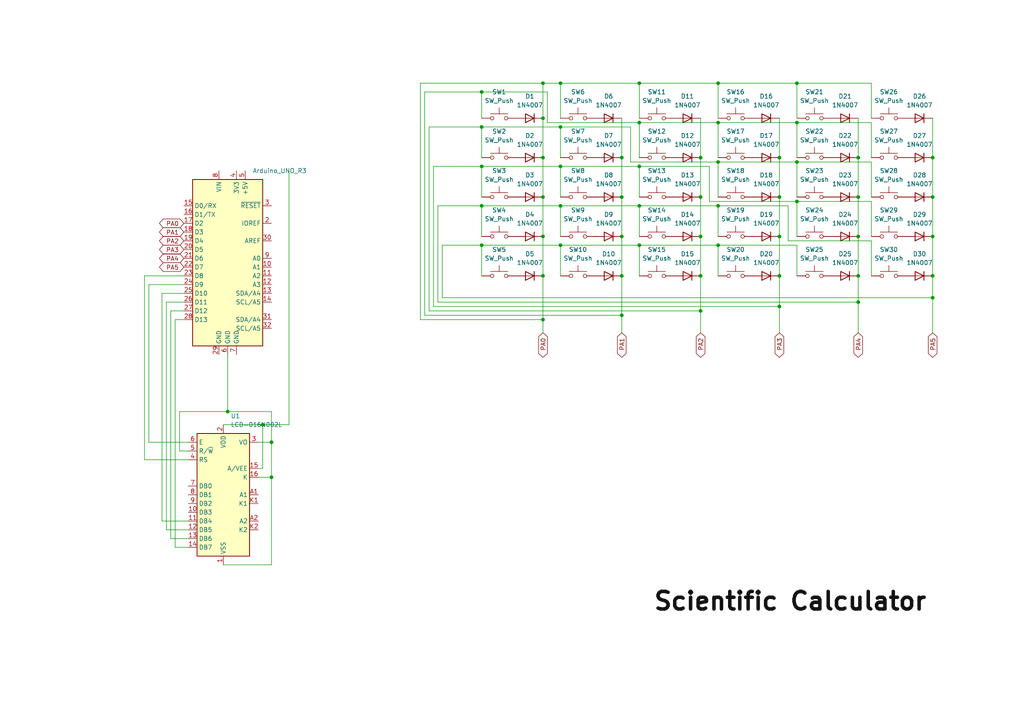
<source format=kicad_sch>
(kicad_sch (version 20250114) (generator "eeschema") (generator_version "9.0")
  (paper "A4")
  (lib_symbols
    (symbol "Diode:1N4007" (pin_numbers (hide yes)) (pin_names (hide yes))
      (property "Reference" "D" (at 0 2.54 0))
      (property "Value" "1N4007" (at 0 -2.54 0))
      (symbol "1N4007_0_1"
        (polyline (pts (xy -1.27 1.27) (xy -1.27 -1.27)) (stroke (width 0.254)))
        (polyline (pts (xy 1.27 1.27) (xy 1.27 -1.27) (xy -1.27 0) (xy 1.27 1.27)) (stroke (width 0.254)))
        (polyline (pts (xy 1.27 0) (xy -1.27 0)))
      )
      (symbol "1N4007_1_1"
        (pin passive line (at -3.81 0 0) (length 2.54) (name "K") (number "1"))
        (pin passive line (at 3.81 0 180) (length 2.54) (name "A") (number "2"))
      )
    )
    (symbol "Display_Character:LCD-016N002L"
      (property "Reference" "U" (at -6.35 18.796 0))
      (property "Value" "LCD-016N002L" (at 8.636 18.796 0))
      (symbol "LCD-016N002L_1_1"
        (rectangle (start -7.62 17.78) (end 7.62 -17.78) (stroke (width 0.254)) (fill (type background)))
        (pin input line (at -10.16 15.24 0) (length 2.54) (name "E") (number "6"))
        (pin input line (at -10.16 12.7 0) (length 2.54) (name "R/~{W}") (number "5"))
        (pin input line (at -10.16 10.16 0) (length 2.54) (name "RS") (number "4"))
        (pin bidirectional line (at -10.16 2.54 0) (length 2.54) (name "DB0") (number "7"))
        (pin bidirectional line (at -10.16 0 0) (length 2.54) (name "DB1") (number "8"))
        (pin bidirectional line (at -10.16 -2.54 0) (length 2.54) (name "DB2") (number "9"))
        (pin bidirectional line (at -10.16 -5.08 0) (length 2.54) (name "DB3") (number "10"))
        (pin bidirectional line (at -10.16 -7.62 0) (length 2.54) (name "DB4") (number "11"))
        (pin bidirectional line (at -10.16 -10.16 0) (length 2.54) (name "DB5") (number "12"))
        (pin bidirectional line (at -10.16 -12.7 0) (length 2.54) (name "DB6") (number "13"))
        (pin bidirectional line (at -10.16 -15.24 0) (length 2.54) (name "DB7") (number "14"))
        (pin power_in line (at 0 20.32 270) (length 2.54) (name "VDD") (number "2"))
        (pin power_in line (at 0 -20.32 90) (length 2.54) (name "VSS") (number "1"))
        (pin input line (at 10.16 15.24 180) (length 2.54) (name "VO") (number "3"))
        (pin power_in line (at 10.16 7.62 180) (length 2.54) (name "A/VEE") (number "15"))
        (pin power_in line (at 10.16 5.08 180) (length 2.54) (name "K") (number "16"))
        (pin power_in line (at 10.16 0 180) (length 2.54) (name "A1") (number "A1"))
        (pin power_in line (at 10.16 -2.54 180) (length 2.54) (name "K1") (number "K1"))
        (pin power_in line (at 10.16 -7.62 180) (length 2.54) (name "A2") (number "A2"))
        (pin power_in line (at 10.16 -10.16 180) (length 2.54) (name "K2") (number "K2"))
      )
    )
    (symbol "MCU_Module:Arduino_UNO_R3"
      (property "Reference" "A" (at -10.16 23.495 0))
      (property "Value" "Arduino_UNO_R3" (at 5.08 -26.67 0))
      (symbol "Arduino_UNO_R3_0_1"
        (rectangle (start -10.16 22.86) (end 10.16 -25.4) (stroke (width 0.254)) (fill (type background)))
      )
      (symbol "Arduino_UNO_R3_1_1"
        (pin bidirectional line (at -12.7 15.24 0) (length 2.54) (name "D0/RX") (number "15"))
        (pin bidirectional line (at -12.7 12.7 0) (length 2.54) (name "D1/TX") (number "16"))
        (pin bidirectional line (at -12.7 10.16 0) (length 2.54) (name "D2") (number "17"))
        (pin bidirectional line (at -12.7 7.62 0) (length 2.54) (name "D3") (number "18"))
        (pin bidirectional line (at -12.7 5.08 0) (length 2.54) (name "D4") (number "19"))
        (pin bidirectional line (at -12.7 2.54 0) (length 2.54) (name "D5") (number "20"))
        (pin bidirectional line (at -12.7 0 0) (length 2.54) (name "D6") (number "21"))
        (pin bidirectional line (at -12.7 -2.54 0) (length 2.54) (name "D7") (number "22"))
        (pin bidirectional line (at -12.7 -5.08 0) (length 2.54) (name "D8") (number "23"))
        (pin bidirectional line (at -12.7 -7.62 0) (length 2.54) (name "D9") (number "24"))
        (pin bidirectional line (at -12.7 -10.16 0) (length 2.54) (name "D10") (number "25"))
        (pin bidirectional line (at -12.7 -12.7 0) (length 2.54) (name "D11") (number "26"))
        (pin bidirectional line (at -12.7 -15.24 0) (length 2.54) (name "D12") (number "27"))
        (pin bidirectional line (at -12.7 -17.78 0) (length 2.54) (name "D13") (number "28"))
        (pin no_connect line (at -10.16 -20.32 0) (length 2.54) (hide yes) (name "NC") (number "1"))
        (pin power_in line (at -2.54 25.4 270) (length 2.54) (name "VIN") (number "8"))
        (pin power_in line (at -2.54 -27.94 90) (length 2.54) (name "GND") (number "29"))
        (pin power_in line (at 0 -27.94 90) (length 2.54) (name "GND") (number "6"))
        (pin power_out line (at 2.54 25.4 270) (length 2.54) (name "3V3") (number "4"))
        (pin power_in line (at 2.54 -27.94 90) (length 2.54) (name "GND") (number "7"))
        (pin power_out line (at 5.08 25.4 270) (length 2.54) (name "+5V") (number "5"))
        (pin input line (at 12.7 15.24 180) (length 2.54) (name "~{RESET}") (number "3"))
        (pin output line (at 12.7 10.16 180) (length 2.54) (name "IOREF") (number "2"))
        (pin input line (at 12.7 5.08 180) (length 2.54) (name "AREF") (number "30"))
        (pin bidirectional line (at 12.7 0 180) (length 2.54) (name "A0") (number "9"))
        (pin bidirectional line (at 12.7 -2.54 180) (length 2.54) (name "A1") (number "10"))
        (pin bidirectional line (at 12.7 -5.08 180) (length 2.54) (name "A2") (number "11"))
        (pin bidirectional line (at 12.7 -7.62 180) (length 2.54) (name "A3") (number "12"))
        (pin bidirectional line (at 12.7 -10.16 180) (length 2.54) (name "SDA/A4") (number "13"))
        (pin bidirectional line (at 12.7 -12.7 180) (length 2.54) (name "SCL/A5") (number "14"))
        (pin bidirectional line (at 12.7 -17.78 180) (length 2.54) (name "SDA/A4") (number "31"))
        (pin bidirectional line (at 12.7 -20.32 180) (length 2.54) (name "SCL/A5") (number "32"))
      )
    )
    (symbol "Switch:SW_Push" (pin_numbers (hide yes)) (pin_names (offset 1.016) (hide yes))
      (property "Reference" "SW" (at 1.27 2.54 0))
      (property "Value" "SW_Push" (at 0 -1.524 0))
      (symbol "SW_Push_0_1"
        (circle (center -2.032 0) (radius 0.508))
        (polyline (pts (xy 0 1.27) (xy 0 3.048)))
        (circle (center 2.032 0) (radius 0.508))
        (polyline (pts (xy 2.54 1.27) (xy -2.54 1.27)))
        (pin passive line (at -5.08 0 0) (length 2.54) (name "1") (number "1"))
        (pin passive line (at 5.08 0 180) (length 2.54) (name "2") (number "2"))
      )
    )
  )
  (junction (at 157.48 68.58))
  (junction (at 203.2 68.58))
  (junction (at 226.06 45.72))
  (junction (at 270.51 86.36))
  (junction (at 76.2 123.19))
  (junction (at 231.14 24.13))
  (junction (at 180.34 91.44))
  (junction (at 248.92 87.63))
  (junction (at 162.56 48.26))
  (junction (at 139.7 59.69))
  (junction (at 203.2 57.15))
  (junction (at 139.7 71.12))
  (junction (at 208.28 46.99))
  (junction (at 203.2 80.01))
  (junction (at 78.74 128.27))
  (junction (at 226.06 88.9))
  (junction (at 157.48 92.71))
  (junction (at 78.74 138.43))
  (junction (at 203.2 90.17))
  (junction (at 185.42 24.13))
  (junction (at 248.92 68.58))
  (junction (at 248.92 45.72))
  (junction (at 231.14 58.42))
  (junction (at 231.14 35.56))
  (junction (at 157.48 80.01))
  (junction (at 157.48 34.29))
  (junction (at 162.56 59.69))
  (junction (at 203.2 45.72))
  (junction (at 180.34 80.01))
  (junction (at 139.7 48.26))
  (junction (at 185.42 35.56))
  (junction (at 162.56 24.13))
  (junction (at 226.06 68.58))
  (junction (at 208.28 71.12))
  (junction (at 248.92 80.01))
  (junction (at 180.34 45.72))
  (junction (at 157.48 24.13))
  (junction (at 185.42 48.26))
  (junction (at 208.28 35.56))
  (junction (at 180.34 68.58))
  (junction (at 180.34 57.15))
  (junction (at 139.7 26.67))
  (junction (at 248.92 57.15))
  (junction (at 185.42 59.69))
  (junction (at 226.06 57.15))
  (junction (at 270.51 57.15))
  (junction (at 139.7 36.83))
  (junction (at 157.48 45.72))
  (junction (at 162.56 71.12))
  (junction (at 270.51 45.72))
  (junction (at 208.28 24.13))
  (junction (at 66.04 119.38))
  (junction (at 162.56 36.83))
  (junction (at 270.51 68.58))
  (junction (at 185.42 71.12))
  (junction (at 231.14 46.99))
  (junction (at 157.48 57.15))
  (junction (at 270.51 80.01))
  (junction (at 208.28 59.69))
  (junction (at 226.06 80.01))
  (wire (pts (xy 124.46 36.83) (xy 139.7 36.83)))
  (wire (pts (xy 139.7 71.12) (xy 162.56 71.12)))
  (wire (pts (xy 208.28 59.69) (xy 228.6 59.69)))
  (wire (pts (xy 66.04 102.87) (xy 66.04 119.38)))
  (wire (pts (xy 185.42 71.12) (xy 208.28 71.12)))
  (wire (pts (xy 139.7 26.67) (xy 139.7 34.29)))
  (wire (pts (xy 203.2 45.72) (xy 203.2 57.15)))
  (wire (pts (xy 121.92 24.13) (xy 157.48 24.13)))
  (wire (pts (xy 76.2 123.19) (xy 83.82 123.19)))
  (wire (pts (xy 208.28 35.56) (xy 208.28 45.72)))
  (wire (pts (xy 121.92 24.13) (xy 121.92 92.71)))
  (wire (pts (xy 231.14 71.12) (xy 231.14 80.01)))
  (wire (pts (xy 125.73 48.26) (xy 125.73 88.9)))
  (wire (pts (xy 74.93 138.43) (xy 78.74 138.43)))
  (wire (pts (xy 139.7 80.01) (xy 139.7 71.12)))
  (wire (pts (xy 74.93 128.27) (xy 78.74 128.27)))
  (wire (pts (xy 157.48 92.71) (xy 157.48 96.52)))
  (wire (pts (xy 231.14 58.42) (xy 252.73 58.42)))
  (wire (pts (xy 248.92 68.58) (xy 248.92 80.01)))
  (wire (pts (xy 128.27 71.12) (xy 128.27 86.36)))
  (wire (pts (xy 128.27 86.36) (xy 270.51 86.36)))
  (wire (pts (xy 208.28 59.69) (xy 208.28 68.58)))
  (wire (pts (xy 208.28 35.56) (xy 231.14 35.56)))
  (wire (pts (xy 270.51 68.58) (xy 270.51 80.01)))
  (wire (pts (xy 231.14 35.56) (xy 231.14 45.72)))
  (wire (pts (xy 208.28 46.99) (xy 182.88 46.99)))
  (wire (pts (xy 226.06 80.01) (xy 226.06 88.9)))
  (wire (pts (xy 83.82 49.53) (xy 83.82 123.19)))
  (wire (pts (xy 231.14 46.99) (xy 252.73 46.99)))
  (wire (pts (xy 46.99 85.09) (xy 53.34 85.09)))
  (wire (pts (xy 208.28 71.12) (xy 231.14 71.12)))
  (wire (pts (xy 125.73 48.26) (xy 139.7 48.26)))
  (wire (pts (xy 248.92 87.63) (xy 248.92 96.52)))
  (wire (pts (xy 252.73 46.99) (xy 252.73 57.15)))
  (wire (pts (xy 180.34 80.01) (xy 180.34 91.44)))
  (wire (pts (xy 231.14 58.42) (xy 205.74 58.42)))
  (wire (pts (xy 162.56 71.12) (xy 185.42 71.12)))
  (wire (pts (xy 180.34 91.44) (xy 180.34 96.52)))
  (wire (pts (xy 270.51 57.15) (xy 270.51 68.58)))
  (wire (pts (xy 231.14 24.13) (xy 252.73 24.13)))
  (wire (pts (xy 248.92 57.15) (xy 248.92 68.58)))
  (wire (pts (xy 270.51 80.01) (xy 270.51 86.36)))
  (wire (pts (xy 50.8 92.71) (xy 53.34 92.71)))
  (wire (pts (xy 123.19 26.67) (xy 139.7 26.67)))
  (wire (pts (xy 64.77 123.19) (xy 76.2 123.19)))
  (wire (pts (xy 139.7 36.83) (xy 162.56 36.83)))
  (wire (pts (xy 203.2 90.17) (xy 203.2 96.52)))
  (wire (pts (xy 231.14 35.56) (xy 252.73 35.56)))
  (wire (pts (xy 185.42 48.26) (xy 185.42 57.15)))
  (wire (pts (xy 208.28 24.13) (xy 231.14 24.13)))
  (wire (pts (xy 78.74 138.43) (xy 78.74 128.27)))
  (wire (pts (xy 52.07 119.38) (xy 66.04 119.38)))
  (wire (pts (xy 185.42 35.56) (xy 185.42 45.72)))
  (wire (pts (xy 41.91 133.35) (xy 41.91 80.01)))
  (wire (pts (xy 48.26 87.63) (xy 53.34 87.63)))
  (wire (pts (xy 162.56 59.69) (xy 162.56 68.58)))
  (wire (pts (xy 124.46 36.83) (xy 124.46 90.17)))
  (wire (pts (xy 248.92 34.29) (xy 248.92 45.72)))
  (wire (pts (xy 125.73 88.9) (xy 226.06 88.9)))
  (wire (pts (xy 52.07 130.81) (xy 52.07 119.38)))
  (wire (pts (xy 182.88 46.99) (xy 182.88 36.83)))
  (wire (pts (xy 203.2 57.15) (xy 203.2 68.58)))
  (wire (pts (xy 43.18 82.55) (xy 53.34 82.55)))
  (wire (pts (xy 203.2 34.29) (xy 203.2 45.72)))
  (wire (pts (xy 139.7 48.26) (xy 139.7 57.15)))
  (wire (pts (xy 208.28 46.99) (xy 231.14 46.99)))
  (wire (pts (xy 158.75 35.56) (xy 185.42 35.56)))
  (wire (pts (xy 208.28 57.15) (xy 208.28 46.99)))
  (wire (pts (xy 226.06 68.58) (xy 226.06 80.01)))
  (wire (pts (xy 162.56 59.69) (xy 185.42 59.69)))
  (wire (pts (xy 185.42 59.69) (xy 185.42 68.58)))
  (wire (pts (xy 124.46 90.17) (xy 203.2 90.17)))
  (wire (pts (xy 157.48 34.29) (xy 157.48 45.72)))
  (wire (pts (xy 231.14 46.99) (xy 231.14 57.15)))
  (wire (pts (xy 185.42 35.56) (xy 208.28 35.56)))
  (wire (pts (xy 180.34 68.58) (xy 180.34 80.01)))
  (wire (pts (xy 139.7 68.58) (xy 139.7 59.69)))
  (wire (pts (xy 252.73 35.56) (xy 252.73 45.72)))
  (wire (pts (xy 123.19 26.67) (xy 123.19 91.44)))
  (wire (pts (xy 64.77 163.83) (xy 78.74 163.83)))
  (wire (pts (xy 123.19 91.44) (xy 180.34 91.44)))
  (wire (pts (xy 157.48 80.01) (xy 157.48 92.71)))
  (wire (pts (xy 252.73 80.01) (xy 252.73 69.85)))
  (wire (pts (xy 162.56 36.83) (xy 182.88 36.83)))
  (wire (pts (xy 157.48 68.58) (xy 157.48 80.01)))
  (wire (pts (xy 76.2 135.89) (xy 76.2 123.19)))
  (wire (pts (xy 226.06 34.29) (xy 226.06 45.72)))
  (wire (pts (xy 180.34 45.72) (xy 180.34 57.15)))
  (wire (pts (xy 248.92 80.01) (xy 248.92 87.63)))
  (wire (pts (xy 162.56 34.29) (xy 162.56 24.13)))
  (wire (pts (xy 128.27 71.12) (xy 139.7 71.12)))
  (wire (pts (xy 41.91 80.01) (xy 53.34 80.01)))
  (wire (pts (xy 78.74 119.38) (xy 78.74 128.27)))
  (wire (pts (xy 205.74 58.42) (xy 205.74 48.26)))
  (wire (pts (xy 162.56 71.12) (xy 162.56 80.01)))
  (wire (pts (xy 226.06 57.15) (xy 226.06 68.58)))
  (wire (pts (xy 50.8 158.75) (xy 50.8 92.71)))
  (wire (pts (xy 127 59.69) (xy 139.7 59.69)))
  (wire (pts (xy 231.14 24.13) (xy 231.14 34.29)))
  (wire (pts (xy 157.48 45.72) (xy 157.48 57.15)))
  (wire (pts (xy 185.42 24.13) (xy 208.28 24.13)))
  (wire (pts (xy 54.61 158.75) (xy 50.8 158.75)))
  (wire (pts (xy 185.42 71.12) (xy 185.42 80.01)))
  (wire (pts (xy 157.48 24.13) (xy 157.48 34.29)))
  (wire (pts (xy 127 87.63) (xy 248.92 87.63)))
  (wire (pts (xy 54.61 128.27) (xy 43.18 128.27)))
  (wire (pts (xy 252.73 69.85) (xy 228.6 69.85)))
  (wire (pts (xy 54.61 151.13) (xy 46.99 151.13)))
  (wire (pts (xy 121.92 92.71) (xy 157.48 92.71)))
  (wire (pts (xy 49.53 90.17) (xy 53.34 90.17)))
  (wire (pts (xy 157.48 24.13) (xy 162.56 24.13)))
  (wire (pts (xy 208.28 24.13) (xy 208.28 34.29)))
  (wire (pts (xy 208.28 71.12) (xy 208.28 80.01)))
  (wire (pts (xy 270.51 86.36) (xy 270.51 96.52)))
  (wire (pts (xy 180.34 57.15) (xy 180.34 68.58)))
  (wire (pts (xy 66.04 119.38) (xy 78.74 119.38)))
  (wire (pts (xy 139.7 36.83) (xy 139.7 45.72)))
  (wire (pts (xy 158.75 35.56) (xy 158.75 26.67)))
  (wire (pts (xy 231.14 68.58) (xy 231.14 58.42)))
  (wire (pts (xy 252.73 58.42) (xy 252.73 68.58)))
  (wire (pts (xy 54.61 156.21) (xy 49.53 156.21)))
  (wire (pts (xy 180.34 34.29) (xy 180.34 45.72)))
  (wire (pts (xy 270.51 45.72) (xy 270.51 57.15)))
  (wire (pts (xy 54.61 130.81) (xy 52.07 130.81)))
  (wire (pts (xy 78.74 163.83) (xy 78.74 138.43)))
  (wire (pts (xy 54.61 153.67) (xy 48.26 153.67)))
  (wire (pts (xy 185.42 24.13) (xy 185.42 34.29)))
  (wire (pts (xy 46.99 151.13) (xy 46.99 85.09)))
  (wire (pts (xy 157.48 57.15) (xy 157.48 68.58)))
  (wire (pts (xy 127 59.69) (xy 127 87.63)))
  (wire (pts (xy 158.75 26.67) (xy 139.7 26.67)))
  (wire (pts (xy 228.6 69.85) (xy 228.6 59.69)))
  (wire (pts (xy 74.93 135.89) (xy 76.2 135.89)))
  (wire (pts (xy 185.42 59.69) (xy 208.28 59.69)))
  (wire (pts (xy 162.56 48.26) (xy 162.56 57.15)))
  (wire (pts (xy 248.92 45.72) (xy 248.92 57.15)))
  (wire (pts (xy 203.2 80.01) (xy 203.2 90.17)))
  (wire (pts (xy 48.26 153.67) (xy 48.26 87.63)))
  (wire (pts (xy 185.42 48.26) (xy 162.56 48.26)))
  (wire (pts (xy 226.06 45.72) (xy 226.06 57.15)))
  (wire (pts (xy 54.61 133.35) (xy 41.91 133.35)))
  (wire (pts (xy 139.7 59.69) (xy 162.56 59.69)))
  (wire (pts (xy 252.73 24.13) (xy 252.73 34.29)))
  (wire (pts (xy 49.53 156.21) (xy 49.53 90.17)))
  (wire (pts (xy 43.18 128.27) (xy 43.18 82.55)))
  (wire (pts (xy 162.56 24.13) (xy 185.42 24.13)))
  (wire (pts (xy 203.2 68.58) (xy 203.2 80.01)))
  (wire (pts (xy 226.06 88.9) (xy 226.06 96.52)))
  (wire (pts (xy 162.56 48.26) (xy 139.7 48.26)))
  (wire (pts (xy 270.51 34.29) (xy 270.51 45.72)))
  (wire (pts (xy 162.56 45.72) (xy 162.56 36.83)))
  (wire (pts (xy 185.42 48.26) (xy 205.74 48.26)))
  (label "Scientific Calculator" (at 189.23 179.07 0) (effects (font (size 5.08 5.08) (thickness 1.016) (bold yes))))
  (global_label "PA1" (shape bidirectional) (at 53.34 67.31 180) (property "Intersheetrefs" "${INTERSHEET_REFS}" (effects (hide yes))))
  (global_label "PA0" (shape bidirectional) (at 53.34 64.77 180) (property "Intersheetrefs" "${INTERSHEET_REFS}" (effects (hide yes))))
  (global_label "PA3" (shape bidirectional) (at 226.06 96.52 270) (property "Intersheetrefs" "${INTERSHEET_REFS}" (effects (hide yes))))
  (global_label "PA4" (shape bidirectional) (at 248.92 96.52 270) (property "Intersheetrefs" "${INTERSHEET_REFS}" (effects (hide yes))))
  (global_label "PA5" (shape bidirectional) (at 53.34 77.47 180) (property "Intersheetrefs" "${INTERSHEET_REFS}" (effects (hide yes))))
  (global_label "PA0" (shape bidirectional) (at 157.48 96.52 270) (property "Intersheetrefs" "${INTERSHEET_REFS}" (effects (hide yes))))
  (global_label "PA5" (shape tri_state) (at 270.51 96.52 270) (property "Intersheetrefs" "${INTERSHEET_REFS}" (effects (hide yes))))
  (global_label "PA3" (shape bidirectional) (at 53.34 72.39 180) (property "Intersheetrefs" "${INTERSHEET_REFS}" (effects (hide yes))))
  (global_label "PA2" (shape bidirectional) (at 53.34 69.85 180) (property "Intersheetrefs" "${INTERSHEET_REFS}" (effects (hide yes))))
  (global_label "PA1" (shape bidirectional) (at 180.34 96.52 270) (property "Intersheetrefs" "${INTERSHEET_REFS}" (effects (hide yes))))
  (global_label "PA2" (shape bidirectional) (at 203.2 96.52 270) (property "Intersheetrefs" "${INTERSHEET_REFS}" (effects (hide yes))))
  (global_label "PA4" (shape bidirectional) (at 53.34 74.93 180) (property "Intersheetrefs" "${INTERSHEET_REFS}" (effects (hide yes))))
  (symbol (lib_id "Diode:1N4007") (at 199.39 57.15 180) (unit 1)
    (property "Reference" "D13" (at 199.39 50.8 0))
    (property "Value" "1N4007" (at 199.39 53.34 0))
    (property "Footprint" "Diode_THT:D_DO-41_SOD81_P10.16mm_Horizontal" (effects (hide yes)))
    (property "Datasheet" "http://www.vishay.com/docs/88503/1n4001.pdf" (effects (hide yes)))
    (property "Description" "1000V 1A General Purpose Rectifier Diode, DO-41" (effects (hide yes)))
    (property "Sim.Device" "D" (effects (hide yes)))
    (property "Sim.Pins" "1=K 2=A" (effects (hide yes)))
  )
  (symbol (lib_id "Switch:SW_Push") (at 213.36 80.01 0) (unit 1)
    (property "Reference" "SW20" (at 213.36 72.39 0))
    (property "Value" "SW_Push" (at 213.36 74.93 0))
    (property "Description" "Push button switch, generic, two pins" (effects (hide yes)))
  )
  (symbol (lib_id "Diode:1N4007") (at 245.11 80.01 180) (unit 1)
    (property "Reference" "D25" (at 245.11 73.66 0))
    (property "Value" "1N4007" (at 245.11 76.2 0))
    (property "Footprint" "Diode_THT:D_DO-41_SOD81_P10.16mm_Horizontal" (effects (hide yes)))
    (property "Datasheet" "http://www.vishay.com/docs/88503/1n4001.pdf" (effects (hide yes)))
    (property "Description" "1000V 1A General Purpose Rectifier Diode, DO-41" (effects (hide yes)))
    (property "Sim.Device" "D" (effects (hide yes)))
    (property "Sim.Pins" "1=K 2=A" (effects (hide yes)))
  )
  (symbol (lib_id "Diode:1N4007") (at 199.39 80.01 180) (unit 1)
    (property "Reference" "D15" (at 199.39 73.66 0))
    (property "Value" "1N4007" (at 199.39 76.2 0))
    (property "Footprint" "Diode_THT:D_DO-41_SOD81_P10.16mm_Horizontal" (effects (hide yes)))
    (property "Datasheet" "http://www.vishay.com/docs/88503/1n4001.pdf" (effects (hide yes)))
    (property "Description" "1000V 1A General Purpose Rectifier Diode, DO-41" (effects (hide yes)))
    (property "Sim.Device" "D" (effects (hide yes)))
    (property "Sim.Pins" "1=K 2=A" (effects (hide yes)))
  )
  (symbol (lib_id "Switch:SW_Push") (at 144.78 34.29 0) (unit 1)
    (property "Reference" "SW1" (at 144.78 26.67 0))
    (property "Value" "SW_Push" (at 144.78 29.21 0))
    (property "Description" "Push button switch, generic, two pins" (effects (hide yes)))
  )
  (symbol (lib_id "Diode:1N4007") (at 245.11 68.58 180) (unit 1)
    (property "Reference" "D24" (at 245.11 62.23 0))
    (property "Value" "1N4007" (at 245.11 64.77 0))
    (property "Footprint" "Diode_THT:D_DO-41_SOD81_P10.16mm_Horizontal" (effects (hide yes)))
    (property "Datasheet" "http://www.vishay.com/docs/88503/1n4001.pdf" (effects (hide yes)))
    (property "Description" "1000V 1A General Purpose Rectifier Diode, DO-41" (effects (hide yes)))
    (property "Sim.Device" "D" (effects (hide yes)))
    (property "Sim.Pins" "1=K 2=A" (effects (hide yes)))
  )
  (symbol (lib_id "Diode:1N4007") (at 176.53 57.15 180) (unit 1)
    (property "Reference" "D8" (at 176.53 50.8 0))
    (property "Value" "1N4007" (at 176.53 53.34 0))
    (property "Footprint" "Diode_THT:D_DO-41_SOD81_P10.16mm_Horizontal" (effects (hide yes)))
    (property "Datasheet" "http://www.vishay.com/docs/88503/1n4001.pdf" (effects (hide yes)))
    (property "Description" "1000V 1A General Purpose Rectifier Diode, DO-41" (effects (hide yes)))
    (property "Sim.Device" "D" (effects (hide yes)))
    (property "Sim.Pins" "1=K 2=A" (effects (hide yes)))
  )
  (symbol (lib_id "Diode:1N4007") (at 176.53 80.01 180) (unit 1)
    (property "Reference" "D10" (at 176.53 73.66 0))
    (property "Value" "1N4007" (at 176.53 76.2 0))
    (property "Footprint" "Diode_THT:D_DO-41_SOD81_P10.16mm_Horizontal" (effects (hide yes)))
    (property "Datasheet" "http://www.vishay.com/docs/88503/1n4001.pdf" (effects (hide yes)))
    (property "Description" "1000V 1A General Purpose Rectifier Diode, DO-41" (effects (hide yes)))
    (property "Sim.Device" "D" (effects (hide yes)))
    (property "Sim.Pins" "1=K 2=A" (effects (hide yes)))
  )
  (symbol (lib_id "Diode:1N4007") (at 222.25 57.15 180) (unit 1)
    (property "Reference" "D18" (at 222.25 50.8 0))
    (property "Value" "1N4007" (at 222.25 53.34 0))
    (property "Footprint" "Diode_THT:D_DO-41_SOD81_P10.16mm_Horizontal" (effects (hide yes)))
    (property "Datasheet" "http://www.vishay.com/docs/88503/1n4001.pdf" (effects (hide yes)))
    (property "Description" "1000V 1A General Purpose Rectifier Diode, DO-41" (effects (hide yes)))
    (property "Sim.Device" "D" (effects (hide yes)))
    (property "Sim.Pins" "1=K 2=A" (effects (hide yes)))
  )
  (symbol (lib_id "Switch:SW_Push") (at 236.22 68.58 0) (unit 1)
    (property "Reference" "SW24" (at 236.22 60.96 0))
    (property "Value" "SW_Push" (at 236.22 63.5 0))
    (property "Description" "Push button switch, generic, two pins" (effects (hide yes)))
  )
  (symbol (lib_id "Switch:SW_Push") (at 236.22 45.72 0) (unit 1)
    (property "Reference" "SW22" (at 236.22 38.1 0))
    (property "Value" "SW_Push" (at 236.22 40.64 0))
    (property "Description" "Push button switch, generic, two pins" (effects (hide yes)))
  )
  (symbol (lib_id "Diode:1N4007") (at 199.39 45.72 180) (unit 1)
    (property "Reference" "D12" (at 199.39 39.37 0))
    (property "Value" "1N4007" (at 199.39 41.91 0))
    (property "Footprint" "Diode_THT:D_DO-41_SOD81_P10.16mm_Horizontal" (effects (hide yes)))
    (property "Datasheet" "http://www.vishay.com/docs/88503/1n4001.pdf" (effects (hide yes)))
    (property "Description" "1000V 1A General Purpose Rectifier Diode, DO-41" (effects (hide yes)))
    (property "Sim.Device" "D" (effects (hide yes)))
    (property "Sim.Pins" "1=K 2=A" (effects (hide yes)))
  )
  (symbol (lib_id "Diode:1N4007") (at 222.25 45.72 180) (unit 1)
    (property "Reference" "D17" (at 222.25 39.37 0))
    (property "Value" "1N4007" (at 222.25 41.91 0))
    (property "Footprint" "Diode_THT:D_DO-41_SOD81_P10.16mm_Horizontal" (effects (hide yes)))
    (property "Datasheet" "http://www.vishay.com/docs/88503/1n4001.pdf" (effects (hide yes)))
    (property "Description" "1000V 1A General Purpose Rectifier Diode, DO-41" (effects (hide yes)))
    (property "Sim.Device" "D" (effects (hide yes)))
    (property "Sim.Pins" "1=K 2=A" (effects (hide yes)))
  )
  (symbol (lib_id "Switch:SW_Push") (at 257.81 34.29 0) (unit 1)
    (property "Reference" "SW26" (at 257.81 26.67 0))
    (property "Value" "SW_Push" (at 257.81 29.21 0))
    (property "Description" "Push button switch, generic, two pins" (effects (hide yes)))
  )
  (symbol (lib_id "Diode:1N4007") (at 222.25 68.58 180) (unit 1)
    (property "Reference" "D19" (at 222.25 62.23 0))
    (property "Value" "1N4007" (at 222.25 64.77 0))
    (property "Footprint" "Diode_THT:D_DO-41_SOD81_P10.16mm_Horizontal" (effects (hide yes)))
    (property "Datasheet" "http://www.vishay.com/docs/88503/1n4001.pdf" (effects (hide yes)))
    (property "Description" "1000V 1A General Purpose Rectifier Diode, DO-41" (effects (hide yes)))
    (property "Sim.Device" "D" (effects (hide yes)))
    (property "Sim.Pins" "1=K 2=A" (effects (hide yes)))
  )
  (symbol (lib_id "Diode:1N4007") (at 222.25 80.01 180) (unit 1)
    (property "Reference" "D20" (at 222.25 73.66 0))
    (property "Value" "1N4007" (at 222.25 76.2 0))
    (property "Footprint" "Diode_THT:D_DO-41_SOD81_P10.16mm_Horizontal" (effects (hide yes)))
    (property "Datasheet" "http://www.vishay.com/docs/88503/1n4001.pdf" (effects (hide yes)))
    (property "Description" "1000V 1A General Purpose Rectifier Diode, DO-41" (effects (hide yes)))
    (property "Sim.Device" "D" (effects (hide yes)))
    (property "Sim.Pins" "1=K 2=A" (effects (hide yes)))
  )
  (symbol (lib_id "Diode:1N4007") (at 176.53 34.29 180) (unit 1)
    (property "Reference" "D6" (at 176.53 27.94 0))
    (property "Value" "1N4007" (at 176.53 30.48 0))
    (property "Footprint" "Diode_THT:D_DO-41_SOD81_P10.16mm_Horizontal" (effects (hide yes)))
    (property "Datasheet" "http://www.vishay.com/docs/88503/1n4001.pdf" (effects (hide yes)))
    (property "Description" "1000V 1A General Purpose Rectifier Diode, DO-41" (effects (hide yes)))
    (property "Sim.Device" "D" (effects (hide yes)))
    (property "Sim.Pins" "1=K 2=A" (effects (hide yes)))
  )
  (symbol (lib_id "Switch:SW_Push") (at 144.78 57.15 0) (unit 1)
    (property "Reference" "SW3" (at 144.78 49.53 0))
    (property "Value" "SW_Push" (at 144.78 52.07 0))
    (property "Description" "Push button switch, generic, two pins" (effects (hide yes)))
  )
  (symbol (lib_id "Diode:1N4007") (at 153.67 80.01 180) (unit 1)
    (property "Reference" "D5" (at 153.67 73.66 0))
    (property "Value" "1N4007" (at 153.67 76.2 0))
    (property "Footprint" "Diode_THT:D_DO-41_SOD81_P10.16mm_Horizontal" (effects (hide yes)))
    (property "Datasheet" "http://www.vishay.com/docs/88503/1n4001.pdf" (effects (hide yes)))
    (property "Description" "1000V 1A General Purpose Rectifier Diode, DO-41" (effects (hide yes)))
    (property "Sim.Device" "D" (effects (hide yes)))
    (property "Sim.Pins" "1=K 2=A" (effects (hide yes)))
  )
  (symbol (lib_id "Diode:1N4007") (at 245.11 57.15 180) (unit 1)
    (property "Reference" "D23" (at 245.11 50.8 0))
    (property "Value" "1N4007" (at 245.11 53.34 0))
    (property "Footprint" "Diode_THT:D_DO-41_SOD81_P10.16mm_Horizontal" (effects (hide yes)))
    (property "Datasheet" "http://www.vishay.com/docs/88503/1n4001.pdf" (effects (hide yes)))
    (property "Description" "1000V 1A General Purpose Rectifier Diode, DO-41" (effects (hide yes)))
    (property "Sim.Device" "D" (effects (hide yes)))
    (property "Sim.Pins" "1=K 2=A" (effects (hide yes)))
  )
  (symbol (lib_id "Switch:SW_Push") (at 257.81 80.01 0) (unit 1)
    (property "Reference" "SW30" (at 257.81 72.39 0))
    (property "Value" "SW_Push" (at 257.81 74.93 0))
    (property "Description" "Push button switch, generic, two pins" (effects (hide yes)))
  )
  (symbol (lib_id "Diode:1N4007") (at 266.7 45.72 180) (unit 1)
    (property "Reference" "D27" (at 266.7 39.37 0))
    (property "Value" "1N4007" (at 266.7 41.91 0))
    (property "Footprint" "Diode_THT:D_DO-41_SOD81_P10.16mm_Horizontal" (effects (hide yes)))
    (property "Datasheet" "http://www.vishay.com/docs/88503/1n4001.pdf" (effects (hide yes)))
    (property "Description" "1000V 1A General Purpose Rectifier Diode, DO-41" (effects (hide yes)))
    (property "Sim.Device" "D" (effects (hide yes)))
    (property "Sim.Pins" "1=K 2=A" (effects (hide yes)))
  )
  (symbol (lib_id "Display_Character:LCD-016N002L") (at 64.77 143.51 0) (unit 1)
    (property "Reference" "U1" (at 66.9133 120.65 0) (effects (justify left)))
    (property "Value" "LCD-016N002L" (at 66.9133 123.19 0) (effects (justify left)))
    (property "Footprint" "Display:LCD-016N002L" (effects (hide yes)))
    (property "Datasheet" "http://www.vishay.com/docs/37299/37299.pdf" (effects (hide yes)))
    (property "Description" "LCD 12x2, 8 bit parallel bus, 3V or 5V VDD" (effects (hide yes)))
  )
  (symbol (lib_id "Switch:SW_Push") (at 236.22 34.29 0) (unit 1)
    (property "Reference" "SW21" (at 236.22 26.67 0))
    (property "Value" "SW_Push" (at 236.22 29.21 0))
    (property "Description" "Push button switch, generic, two pins" (effects (hide yes)))
  )
  (symbol (lib_id "Switch:SW_Push") (at 236.22 57.15 0) (unit 1)
    (property "Reference" "SW23" (at 236.22 49.53 0))
    (property "Value" "SW_Push" (at 236.22 52.07 0))
    (property "Description" "Push button switch, generic, two pins" (effects (hide yes)))
  )
  (symbol (lib_id "Switch:SW_Push") (at 213.36 45.72 0) (unit 1)
    (property "Reference" "SW17" (at 213.36 38.1 0))
    (property "Value" "SW_Push" (at 213.36 40.64 0))
    (property "Description" "Push button switch, generic, two pins" (effects (hide yes)))
  )
  (symbol (lib_id "Diode:1N4007") (at 245.11 34.29 180) (unit 1)
    (property "Reference" "D21" (at 245.11 27.94 0))
    (property "Value" "1N4007" (at 245.11 30.48 0))
    (property "Footprint" "Diode_THT:D_DO-41_SOD81_P10.16mm_Horizontal" (effects (hide yes)))
    (property "Datasheet" "http://www.vishay.com/docs/88503/1n4001.pdf" (effects (hide yes)))
    (property "Description" "1000V 1A General Purpose Rectifier Diode, DO-41" (effects (hide yes)))
    (property "Sim.Device" "D" (effects (hide yes)))
    (property "Sim.Pins" "1=K 2=A" (effects (hide yes)))
  )
  (symbol (lib_id "Switch:SW_Push") (at 213.36 57.15 0) (unit 1)
    (property "Reference" "SW18" (at 213.36 49.53 0))
    (property "Value" "SW_Push" (at 213.36 52.07 0))
    (property "Description" "Push button switch, generic, two pins" (effects (hide yes)))
  )
  (symbol (lib_id "Switch:SW_Push") (at 257.81 68.58 0) (unit 1)
    (property "Reference" "SW29" (at 257.81 60.96 0))
    (property "Value" "SW_Push" (at 257.81 63.5 0))
    (property "Description" "Push button switch, generic, two pins" (effects (hide yes)))
  )
  (symbol (lib_id "Diode:1N4007") (at 266.7 34.29 180) (unit 1)
    (property "Reference" "D26" (at 266.7 27.94 0))
    (property "Value" "1N4007" (at 266.7 30.48 0))
    (property "Footprint" "Diode_THT:D_DO-41_SOD81_P10.16mm_Horizontal" (effects (hide yes)))
    (property "Datasheet" "http://www.vishay.com/docs/88503/1n4001.pdf" (effects (hide yes)))
    (property "Description" "1000V 1A General Purpose Rectifier Diode, DO-41" (effects (hide yes)))
    (property "Sim.Device" "D" (effects (hide yes)))
    (property "Sim.Pins" "1=K 2=A" (effects (hide yes)))
  )
  (symbol (lib_id "Switch:SW_Push") (at 190.5 34.29 0) (unit 1)
    (property "Reference" "SW11" (at 190.5 26.67 0))
    (property "Value" "SW_Push" (at 190.5 29.21 0))
    (property "Description" "Push button switch, generic, two pins" (effects (hide yes)))
  )
  (symbol (lib_id "Switch:SW_Push") (at 167.64 80.01 0) (unit 1)
    (property "Reference" "SW10" (at 167.64 72.39 0))
    (property "Value" "SW_Push" (at 167.64 74.93 0))
    (property "Description" "Push button switch, generic, two pins" (effects (hide yes)))
  )
  (symbol (lib_id "Switch:SW_Push") (at 167.64 45.72 0) (unit 1)
    (property "Reference" "SW7" (at 167.64 38.1 0))
    (property "Value" "SW_Push" (at 167.64 40.64 0))
    (property "Description" "Push button switch, generic, two pins" (effects (hide yes)))
  )
  (symbol (lib_id "Diode:1N4007") (at 153.67 57.15 180) (unit 1)
    (property "Reference" "D3" (at 153.67 50.8 0))
    (property "Value" "1N4007" (at 153.67 53.34 0))
    (property "Footprint" "Diode_THT:D_DO-41_SOD81_P10.16mm_Horizontal" (effects (hide yes)))
    (property "Datasheet" "http://www.vishay.com/docs/88503/1n4001.pdf" (effects (hide yes)))
    (property "Description" "1000V 1A General Purpose Rectifier Diode, DO-41" (effects (hide yes)))
    (property "Sim.Device" "D" (effects (hide yes)))
    (property "Sim.Pins" "1=K 2=A" (effects (hide yes)))
  )
  (symbol (lib_id "Diode:1N4007") (at 176.53 45.72 180) (unit 1)
    (property "Reference" "D7" (at 176.53 39.37 0))
    (property "Value" "1N4007" (at 176.53 41.91 0))
    (property "Footprint" "Diode_THT:D_DO-41_SOD81_P10.16mm_Horizontal" (effects (hide yes)))
    (property "Datasheet" "http://www.vishay.com/docs/88503/1n4001.pdf" (effects (hide yes)))
    (property "Description" "1000V 1A General Purpose Rectifier Diode, DO-41" (effects (hide yes)))
    (property "Sim.Device" "D" (effects (hide yes)))
    (property "Sim.Pins" "1=K 2=A" (effects (hide yes)))
  )
  (symbol (lib_id "Switch:SW_Push") (at 190.5 80.01 0) (unit 1)
    (property "Reference" "SW15" (at 190.5 72.39 0))
    (property "Value" "SW_Push" (at 190.5 74.93 0))
    (property "Description" "Push button switch, generic, two pins" (effects (hide yes)))
  )
  (symbol (lib_id "Diode:1N4007") (at 153.67 45.72 180) (unit 1)
    (property "Reference" "D2" (at 153.67 39.37 0))
    (property "Value" "1N4007" (at 153.67 41.91 0))
    (property "Footprint" "Diode_THT:D_DO-41_SOD81_P10.16mm_Horizontal" (effects (hide yes)))
    (property "Datasheet" "http://www.vishay.com/docs/88503/1n4001.pdf" (effects (hide yes)))
    (property "Description" "1000V 1A General Purpose Rectifier Diode, DO-41" (effects (hide yes)))
    (property "Sim.Device" "D" (effects (hide yes)))
    (property "Sim.Pins" "1=K 2=A" (effects (hide yes)))
  )
  (symbol (lib_id "Switch:SW_Push") (at 190.5 57.15 0) (unit 1)
    (property "Reference" "SW13" (at 190.5 49.53 0))
    (property "Value" "SW_Push" (at 190.5 52.07 0))
    (property "Description" "Push button switch, generic, two pins" (effects (hide yes)))
  )
  (symbol (lib_id "Diode:1N4007") (at 245.11 45.72 180) (unit 1)
    (property "Reference" "D22" (at 245.11 39.37 0))
    (property "Value" "1N4007" (at 245.11 41.91 0))
    (property "Footprint" "Diode_THT:D_DO-41_SOD81_P10.16mm_Horizontal" (effects (hide yes)))
    (property "Datasheet" "http://www.vishay.com/docs/88503/1n4001.pdf" (effects (hide yes)))
    (property "Description" "1000V 1A General Purpose Rectifier Diode, DO-41" (effects (hide yes)))
    (property "Sim.Device" "D" (effects (hide yes)))
    (property "Sim.Pins" "1=K 2=A" (effects (hide yes)))
  )
  (symbol (lib_id "Switch:SW_Push") (at 213.36 68.58 0) (unit 1)
    (property "Reference" "SW19" (at 213.36 60.96 0))
    (property "Value" "SW_Push" (at 213.36 63.5 0))
    (property "Description" "Push button switch, generic, two pins" (effects (hide yes)))
  )
  (symbol (lib_id "Diode:1N4007") (at 176.53 68.58 180) (unit 1)
    (property "Reference" "D9" (at 176.53 62.23 0))
    (property "Value" "1N4007" (at 176.53 64.77 0))
    (property "Footprint" "Diode_THT:D_DO-41_SOD81_P10.16mm_Horizontal" (effects (hide yes)))
    (property "Datasheet" "http://www.vishay.com/docs/88503/1n4001.pdf" (effects (hide yes)))
    (property "Description" "1000V 1A General Purpose Rectifier Diode, DO-41" (effects (hide yes)))
    (property "Sim.Device" "D" (effects (hide yes)))
    (property "Sim.Pins" "1=K 2=A" (effects (hide yes)))
  )
  (symbol (lib_id "MCU_Module:Arduino_UNO_R3") (at 66.04 74.93 0) (unit 1)
    (property "Reference" "A1" (effects (hide yes)))
    (property "Value" "Arduino_UNO_R3" (at 73.2633 49.53 0) (effects (justify left)))
    (property "Footprint" "Module:Arduino_UNO_R3" (effects (hide yes)))
    (property "Datasheet" "https://www.arduino.cc/en/Main/arduinoBoardUno" (effects (hide yes)))
    (property "Description" "Arduino UNO Microcontroller Module, release 3" (effects (hide yes)))
  )
  (symbol (lib_id "Diode:1N4007") (at 266.7 80.01 180) (unit 1)
    (property "Reference" "D30" (at 266.7 73.66 0))
    (property "Value" "1N4007" (at 266.7 76.2 0))
    (property "Footprint" "Diode_THT:D_DO-41_SOD81_P10.16mm_Horizontal" (effects (hide yes)))
    (property "Datasheet" "http://www.vishay.com/docs/88503/1n4001.pdf" (effects (hide yes)))
    (property "Description" "1000V 1A General Purpose Rectifier Diode, DO-41" (effects (hide yes)))
    (property "Sim.Device" "D" (effects (hide yes)))
    (property "Sim.Pins" "1=K 2=A" (effects (hide yes)))
  )
  (symbol (lib_id "Diode:1N4007") (at 199.39 34.29 180) (unit 1)
    (property "Reference" "D11" (at 199.39 27.94 0))
    (property "Value" "1N4007" (at 199.39 30.48 0))
    (property "Footprint" "Diode_THT:D_DO-41_SOD81_P10.16mm_Horizontal" (effects (hide yes)))
    (property "Datasheet" "http://www.vishay.com/docs/88503/1n4001.pdf" (effects (hide yes)))
    (property "Description" "1000V 1A General Purpose Rectifier Diode, DO-41" (effects (hide yes)))
    (property "Sim.Device" "D" (effects (hide yes)))
    (property "Sim.Pins" "1=K 2=A" (effects (hide yes)))
  )
  (symbol (lib_id "Switch:SW_Push") (at 144.78 80.01 0) (unit 1)
    (property "Reference" "SW5" (at 144.78 72.39 0))
    (property "Value" "SW_Push" (at 144.78 74.93 0))
    (property "Description" "Push button switch, generic, two pins" (effects (hide yes)))
  )
  (symbol (lib_id "Switch:SW_Push") (at 190.5 45.72 0) (unit 1)
    (property "Reference" "SW12" (at 190.5 38.1 0))
    (property "Value" "SW_Push" (at 190.5 40.64 0))
    (property "Description" "Push button switch, generic, two pins" (effects (hide yes)))
  )
  (symbol (lib_id "Switch:SW_Push") (at 167.64 68.58 0) (unit 1)
    (property "Reference" "SW9" (at 167.64 60.96 0))
    (property "Value" "SW_Push" (at 167.64 63.5 0))
    (property "Description" "Push button switch, generic, two pins" (effects (hide yes)))
  )
  (symbol (lib_id "Switch:SW_Push") (at 257.81 57.15 0) (unit 1)
    (property "Reference" "SW28" (at 257.81 49.53 0))
    (property "Value" "SW_Push" (at 257.81 52.07 0))
    (property "Description" "Push button switch, generic, two pins" (effects (hide yes)))
  )
  (symbol (lib_id "Diode:1N4007") (at 199.39 68.58 180) (unit 1)
    (property "Reference" "D14" (at 199.39 62.23 0))
    (property "Value" "1N4007" (at 199.39 64.77 0))
    (property "Footprint" "Diode_THT:D_DO-41_SOD81_P10.16mm_Horizontal" (effects (hide yes)))
    (property "Datasheet" "http://www.vishay.com/docs/88503/1n4001.pdf" (effects (hide yes)))
    (property "Description" "1000V 1A General Purpose Rectifier Diode, DO-41" (effects (hide yes)))
    (property "Sim.Device" "D" (effects (hide yes)))
    (property "Sim.Pins" "1=K 2=A" (effects (hide yes)))
  )
  (symbol (lib_id "Diode:1N4007") (at 153.67 68.58 180) (unit 1)
    (property "Reference" "D4" (at 153.67 62.23 0))
    (property "Value" "1N4007" (at 153.67 64.77 0))
    (property "Footprint" "Diode_THT:D_DO-41_SOD81_P10.16mm_Horizontal" (effects (hide yes)))
    (property "Datasheet" "http://www.vishay.com/docs/88503/1n4001.pdf" (effects (hide yes)))
    (property "Description" "1000V 1A General Purpose Rectifier Diode, DO-41" (effects (hide yes)))
    (property "Sim.Device" "D" (effects (hide yes)))
    (property "Sim.Pins" "1=K 2=A" (effects (hide yes)))
  )
  (symbol (lib_id "Diode:1N4007") (at 222.25 34.29 180) (unit 1)
    (property "Reference" "D16" (at 222.25 27.94 0))
    (property "Value" "1N4007" (at 222.25 30.48 0))
    (property "Footprint" "Diode_THT:D_DO-41_SOD81_P10.16mm_Horizontal" (effects (hide yes)))
    (property "Datasheet" "http://www.vishay.com/docs/88503/1n4001.pdf" (effects (hide yes)))
    (property "Description" "1000V 1A General Purpose Rectifier Diode, DO-41" (effects (hide yes)))
    (property "Sim.Device" "D" (effects (hide yes)))
    (property "Sim.Pins" "1=K 2=A" (effects (hide yes)))
  )
  (symbol (lib_id "Switch:SW_Push") (at 167.64 34.29 0) (unit 1)
    (property "Reference" "SW6" (at 167.64 26.67 0))
    (property "Value" "SW_Push" (at 167.64 29.21 0))
    (property "Description" "Push button switch, generic, two pins" (effects (hide yes)))
  )
  (symbol (lib_id "Diode:1N4007") (at 153.67 34.29 180) (unit 1)
    (property "Reference" "D1" (at 153.67 27.94 0))
    (property "Value" "1N4007" (at 153.67 30.48 0))
    (property "Footprint" "Diode_THT:D_DO-41_SOD81_P10.16mm_Horizontal" (effects (hide yes)))
    (property "Datasheet" "http://www.vishay.com/docs/88503/1n4001.pdf" (effects (hide yes)))
    (property "Description" "1000V 1A General Purpose Rectifier Diode, DO-41" (effects (hide yes)))
    (property "Sim.Device" "D" (effects (hide yes)))
    (property "Sim.Pins" "1=K 2=A" (effects (hide yes)))
  )
  (symbol (lib_id "Switch:SW_Push") (at 190.5 68.58 0) (unit 1)
    (property "Reference" "SW14" (at 190.5 60.96 0))
    (property "Value" "SW_Push" (at 190.5 63.5 0))
    (property "Description" "Push button switch, generic, two pins" (effects (hide yes)))
  )
  (symbol (lib_id "Switch:SW_Push") (at 167.64 57.15 0) (unit 1)
    (property "Reference" "SW8" (at 167.64 49.53 0))
    (property "Value" "SW_Push" (at 167.64 52.07 0))
    (property "Description" "Push button switch, generic, two pins" (effects (hide yes)))
  )
  (symbol (lib_id "Switch:SW_Push") (at 144.78 45.72 0) (unit 1)
    (property "Reference" "SW2" (at 144.78 38.1 0))
    (property "Value" "SW_Push" (at 144.78 40.64 0))
    (property "Description" "Push button switch, generic, two pins" (effects (hide yes)))
  )
  (symbol (lib_id "Diode:1N4007") (at 266.7 57.15 180) (unit 1)
    (property "Reference" "D28" (at 266.7 50.8 0))
    (property "Value" "1N4007" (at 266.7 53.34 0))
    (property "Footprint" "Diode_THT:D_DO-41_SOD81_P10.16mm_Horizontal" (effects (hide yes)))
    (property "Datasheet" "http://www.vishay.com/docs/88503/1n4001.pdf" (effects (hide yes)))
    (property "Description" "1000V 1A General Purpose Rectifier Diode, DO-41" (effects (hide yes)))
    (property "Sim.Device" "D" (effects (hide yes)))
    (property "Sim.Pins" "1=K 2=A" (effects (hide yes)))
  )
  (symbol (lib_id "Switch:SW_Push") (at 257.81 45.72 0) (unit 1)
    (property "Reference" "SW27" (at 257.81 38.1 0))
    (property "Value" "SW_Push" (at 257.81 40.64 0))
    (property "Description" "Push button switch, generic, two pins" (effects (hide yes)))
  )
  (symbol (lib_id "Switch:SW_Push") (at 236.22 80.01 0) (unit 1)
    (property "Reference" "SW25" (at 236.22 72.39 0))
    (property "Value" "SW_Push" (at 236.22 74.93 0))
    (property "Description" "Push button switch, generic, two pins" (effects (hide yes)))
  )
  (symbol (lib_id "Switch:SW_Push") (at 213.36 34.29 0) (unit 1)
    (property "Reference" "SW16" (at 213.36 26.67 0))
    (property "Value" "SW_Push" (at 213.36 29.21 0))
    (property "Description" "Push button switch, generic, two pins" (effects (hide yes)))
  )
  (symbol (lib_id "Diode:1N4007") (at 266.7 68.58 180) (unit 1)
    (property "Reference" "D29" (at 266.7 62.23 0))
    (property "Value" "1N4007" (at 266.7 64.77 0))
    (property "Footprint" "Diode_THT:D_DO-41_SOD81_P10.16mm_Horizontal" (effects (hide yes)))
    (property "Datasheet" "http://www.vishay.com/docs/88503/1n4001.pdf" (effects (hide yes)))
    (property "Description" "1000V 1A General Purpose Rectifier Diode, DO-41" (effects (hide yes)))
    (property "Sim.Device" "D" (effects (hide yes)))
    (property "Sim.Pins" "1=K 2=A" (effects (hide yes)))
  )
  (symbol (lib_id "Switch:SW_Push") (at 144.78 68.58 0) (unit 1)
    (property "Reference" "SW4" (at 144.78 60.96 0))
    (property "Value" "SW_Push" (at 144.78 63.5 0))
    (property "Description" "Push button switch, generic, two pins" (effects (hide yes)))
  )
)
</source>
